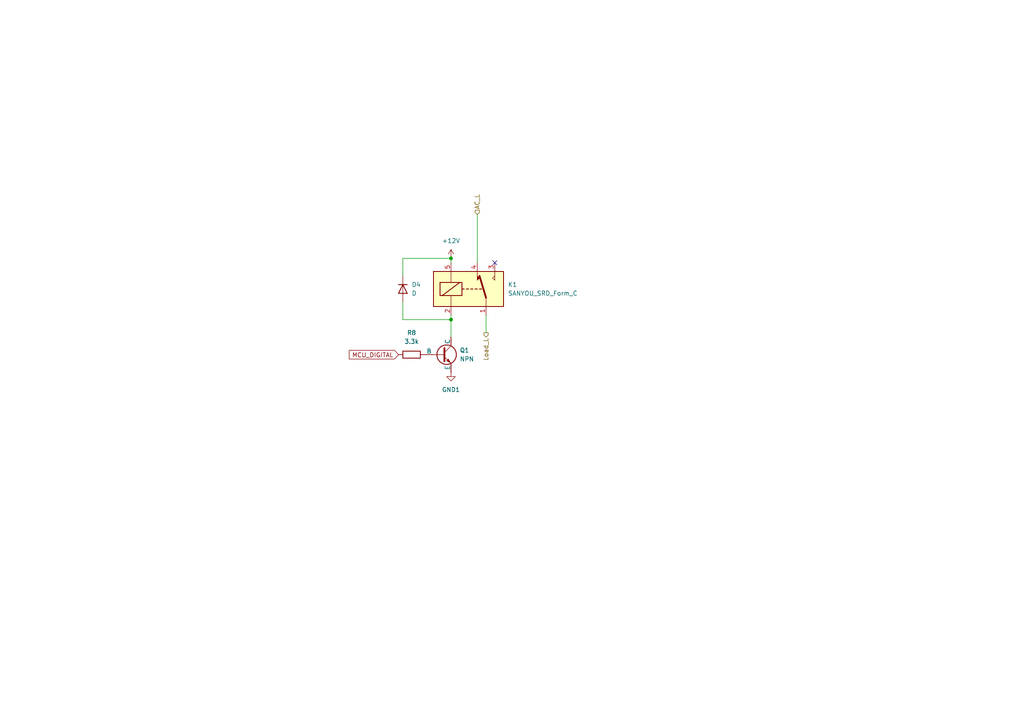
<source format=kicad_sch>
(kicad_sch (version 20231120) (generator "eeschema") (generator_version "8.0")
  (paper "A4")
  (title_block (title "Relay") (date "2024-12-19") (rev "1"))
  (lib_symbols
    (symbol "Device:D" (pin_numbers hide) (pin_names (offset 1.016) hide)
      (property "Reference" "D" (at 0 2.54 0))
      (property "Value" "D" (at 0 -2.54 0))
      (symbol "D_0_1"
        (polyline (pts (xy -1.27 1.27) (xy -1.27 -1.27)) (stroke (width 0.254)))
        (polyline (pts (xy 1.27 0) (xy -1.27 0)))
        (polyline (pts (xy 1.27 1.27) (xy 1.27 -1.27) (xy -1.27 0) (xy 1.27 1.27)) (stroke (width 0.254)))
      )
      (symbol "D_1_1"
        (pin passive line (at -3.81 0 0) (length 2.54) (name "K") (number "1"))
        (pin passive line (at 3.81 0 180) (length 2.54) (name "A") (number "2"))
      )
    )
    (symbol "Device:R" (pin_numbers hide) (pin_names (offset 0))
      (property "Reference" "R" (at 2.032 0 90))
      (property "Value" "R" (at 0 0 90))
      (symbol "R_0_1"
        (rectangle (start -1.016 -2.54) (end 1.016 2.54) (stroke (width 0.254)))
      )
      (symbol "R_1_1"
        (pin passive line (at 0 3.81 270) (length 1.27) (name "~") (number "1"))
        (pin passive line (at 0 -3.81 90) (length 1.27) (name "~") (number "2"))
      )
    )
    (symbol "Relay:SANYOU_SRD_Form_C"
      (property "Reference" "K" (at 11.43 3.81 0))
      (property "Value" "SANYOU_SRD_Form_C" (at 11.43 1.27 0))
      (symbol "SANYOU_SRD_Form_C_0_0"
        (polyline (pts (xy 7.62 5.08) (xy 7.62 2.54) (xy 6.985 3.175) (xy 7.62 3.81)))
      )
      (symbol "SANYOU_SRD_Form_C_0_1"
        (rectangle (start -10.16 5.08) (end 10.16 -5.08) (stroke (width 0.254)) (fill (type background)))
        (rectangle (start -8.255 1.905) (end -1.905 -1.905) (stroke (width 0.254)))
        (polyline (pts (xy -7.62 -1.905) (xy -2.54 1.905)) (stroke (width 0.254)))
        (polyline (pts (xy -5.08 -5.08) (xy -5.08 -1.905)))
        (polyline (pts (xy -5.08 5.08) (xy -5.08 1.905)))
        (polyline (pts (xy -1.905 0) (xy -1.27 0)) (stroke (width 0.254)))
        (polyline (pts (xy -0.635 0) (xy 0 0)) (stroke (width 0.254)))
        (polyline (pts (xy 0.635 0) (xy 1.27 0)) (stroke (width 0.254)))
        (polyline (pts (xy 1.905 0) (xy 2.54 0)) (stroke (width 0.254)))
        (polyline (pts (xy 3.175 0) (xy 3.81 0)) (stroke (width 0.254)))
        (polyline (pts (xy 5.08 -2.54) (xy 3.175 3.81)) (stroke (width 0.508)))
        (polyline (pts (xy 5.08 -2.54) (xy 5.08 -5.08)))
      )
      (symbol "SANYOU_SRD_Form_C_1_1"
        (polyline (pts (xy 2.54 3.81) (xy 3.175 3.175) (xy 2.54 2.54) (xy 2.54 5.08)) (fill (type outline)))
        (pin passive line (at 5.08 -7.62 90) (length 2.54) (name "~") (number "1"))
        (pin passive line (at -5.08 -7.62 90) (length 2.54) (name "~") (number "2"))
        (pin passive line (at 7.62 7.62 270) (length 2.54) (name "~") (number "3"))
        (pin passive line (at 2.54 7.62 270) (length 2.54) (name "~") (number "4"))
        (pin passive line (at -5.08 7.62 270) (length 2.54) (name "~") (number "5"))
      )
    )
    (symbol "Simulation_SPICE:NPN" (pin_numbers hide) (pin_names (offset 0))
      (property "Reference" "Q" (at -2.54 7.62 0))
      (property "Value" "NPN" (at -2.54 5.08 0))
      (symbol "NPN_0_1"
        (polyline (pts (xy -2.54 0) (xy 0.635 0)) (stroke (width 0.1524)))
        (polyline (pts (xy 0.635 0.635) (xy 2.54 2.54)))
        (polyline (pts (xy 2.794 -1.27) (xy 2.794 -1.27)) (stroke (width 0.1524)))
        (polyline (pts (xy 2.794 -1.27) (xy 2.794 -1.27)) (stroke (width 0.1524)))
        (polyline (pts (xy 0.635 -0.635) (xy 2.54 -2.54) (xy 2.54 -2.54)))
        (polyline (pts (xy 0.635 1.905) (xy 0.635 -1.905) (xy 0.635 -1.905)) (stroke (width 0.508)))
        (polyline (pts (xy 1.27 -1.778) (xy 1.778 -1.27) (xy 2.286 -2.286) (xy 1.27 -1.778) (xy 1.27 -1.778)) (fill (type outline)))
        (circle (center 1.27 0) (radius 2.8194) (stroke (width 0.254)))
      )
      (symbol "NPN_1_1"
        (pin open_collector line (at 2.54 5.08 270) (length 2.54) (name "C") (number "1"))
        (pin input line (at -5.08 0 0) (length 2.54) (name "B") (number "2"))
        (pin open_emitter line (at 2.54 -5.08 90) (length 2.54) (name "E") (number "3"))
      )
    )
    (symbol "power:+12V" (power) (pin_numbers hide) (pin_names (offset 0) hide)
      (property "Value" "+12V" (at 0 3.556 0))
      (symbol "+12V_0_1"
        (polyline (pts (xy -0.762 1.27) (xy 0 2.54)))
        (polyline (pts (xy 0 0) (xy 0 2.54)))
        (polyline (pts (xy 0 2.54) (xy 0.762 1.27)))
      )
      (symbol "+12V_1_1"
        (pin power_in line (at 0 0 90) (length 0) (name "~") (number "1"))
      )
    )
    (symbol "power:GND1" (power) (pin_numbers hide) (pin_names (offset 0) hide)
      (property "Value" "GND1" (at 0 -3.81 0))
      (symbol "GND1_0_1"
        (polyline (pts (xy 0 0) (xy 0 -1.27) (xy 1.27 -1.27) (xy 0 -2.54) (xy -1.27 -1.27) (xy 0 -1.27)))
      )
      (symbol "GND1_1_1"
        (pin power_in line (at 0 0 270) (length 0) (name "~") (number "1"))
      )
    )
  )
  (junction (at 130.81 74.93))
  (junction (at 130.81 92.71))
  (no_connect (at 143.51 76.2))
  (wire (pts (xy 138.43 62.23) (xy 138.43 76.2)))
  (wire (pts (xy 140.97 91.44) (xy 140.97 96.52)))
  (wire (pts (xy 130.81 92.71) (xy 130.81 97.79)))
  (wire (pts (xy 116.84 87.63) (xy 116.84 92.71)))
  (wire (pts (xy 116.84 74.93) (xy 116.84 80.01)))
  (wire (pts (xy 116.84 74.93) (xy 130.81 74.93)))
  (wire (pts (xy 116.84 92.71) (xy 130.81 92.71)))
  (wire (pts (xy 130.81 74.93) (xy 130.81 76.2)))
  (wire (pts (xy 130.81 91.44) (xy 130.81 92.71)))
  (global_label "MCU_DIGITAL" (shape input) (at 115.57 102.87 180) (property "Intersheetrefs" "${INTERSHEET_REFS}" (effects (hide yes))))
  (hierarchical_label "Load_L" (shape output) (at 140.97 96.52 270))
  (hierarchical_label "AC_L" (shape input) (at 138.43 62.23 90))
  (symbol (lib_id "power:+12V") (at 130.81 74.93 0) (unit 1)
    (property "Reference" "#PWR09" (effects (hide yes)))
    (property "Value" "+12V" (at 130.81 69.85 0))
    (property "Description" "Power symbol creates a global label with name \"+12V\"" (effects (hide yes)))
  )
  (symbol (lib_id "Simulation_SPICE:NPN") (at 128.27 102.87 0) (unit 1)
    (property "Reference" "Q1" (at 133.35 101.5999 0) (effects (justify left)))
    (property "Value" "NPN" (at 133.35 104.1399 0) (effects (justify left)))
    (property "Datasheet" "https://ngspice.sourceforge.io/docs/ngspice-html-manual/manual.xhtml#cha_BJTs" (effects (hide yes)))
    (property "Description" "Bipolar transistor symbol for simulation only, substrate tied to the emitter" (effects (hide yes)))
    (property "Sim.Device" "NPN" (effects (hide yes)))
    (property "Sim.Type" "GUMMELPOON" (effects (hide yes)))
    (property "Sim.Pins" "1=C 2=B 3=E" (effects (hide yes)))
  )
  (symbol (lib_id "power:GND1") (at 130.81 107.95 0) (unit 1)
    (property "Reference" "#PWR010" (effects (hide yes)))
    (property "Value" "GND1" (at 130.81 113.03 0))
    (property "Description" "Power symbol creates a global label with name \"GND1\" , ground" (effects (hide yes)))
  )
  (symbol (lib_id "Relay:SANYOU_SRD_Form_C") (at 135.89 83.82 0) (unit 1)
    (property "Reference" "K1" (at 147.32 82.5499 0) (effects (justify left)))
    (property "Value" "SANYOU_SRD_Form_C" (at 147.32 85.0899 0) (effects (justify left)))
    (property "Footprint" "Relay_THT:Relay_SPDT_SANYOU_SRD_Series_Form_C" (effects (hide yes)))
    (property "Datasheet" "http://www.sanyourelay.ca/public/products/pdf/SRD.pdf" (effects (hide yes)))
    (property "Description" "Sanyo SRD relay, Single Pole Miniature Power Relay," (effects (hide yes)))
  )
  (symbol (lib_id "Device:R") (at 119.38 102.87 90) (unit 1)
    (property "Reference" "R8" (at 119.38 96.52 90))
    (property "Value" "3.3k" (at 119.38 99.06 90))
    (property "Description" "Resistor" (effects (hide yes)))
  )
  (symbol (lib_id "Device:D") (at 116.84 83.82 270) (unit 1)
    (property "Reference" "D4" (at 119.38 82.5499 90) (effects (justify left)))
    (property "Value" "D" (at 119.38 85.0899 90) (effects (justify left)))
    (property "Description" "Diode" (effects (hide yes)))
    (property "Sim.Device" "D" (effects (hide yes)))
    (property "Sim.Pins" "1=K 2=A" (effects (hide yes)))
  )
)
</source>
